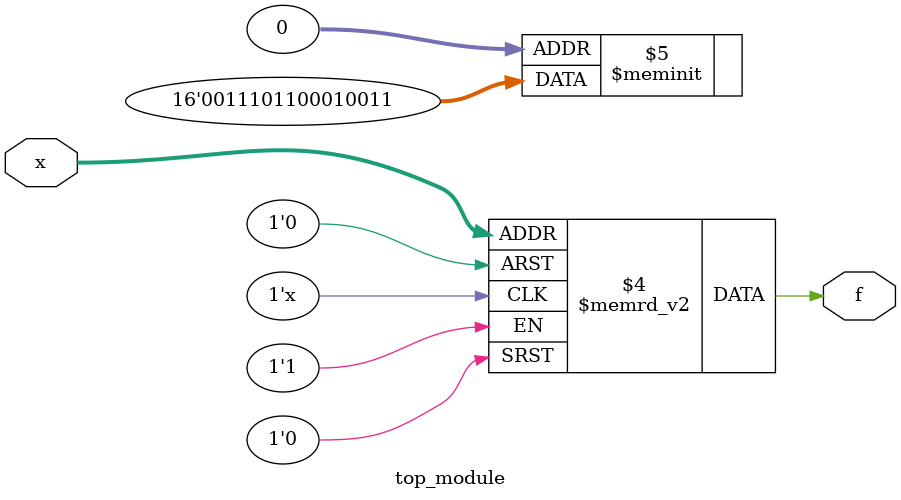
<source format=sv>
module top_module (
	input [4:1] x,
	output logic f
);

always_comb begin
	case ({x[4], x[3], x[2], x[1]})
		4'b0000: f = 1'b1;
		4'b0001: f = 1'b1;
		4'b0010: f = 1'b0;
		4'b0011: f = 1'b0;
		4'b0100: f = 1'b1;
		4'b0101: f = 1'b0;
		4'b0110: f = 1'b0;
		4'b0111: f = 1'b0;
		4'b1000: f = 1'b1;
		4'b1001: f = 1'b1;
		4'b1010: f = 1'b0;
		4'b1011: f = 1'b1;
		4'b1100: f = 1'b1;
		4'b1101: f = 1'b1;
		4'b1110: f = 1'b0;
		4'b1111: f = 1'b0;
	endcase
end

endmodule

</source>
